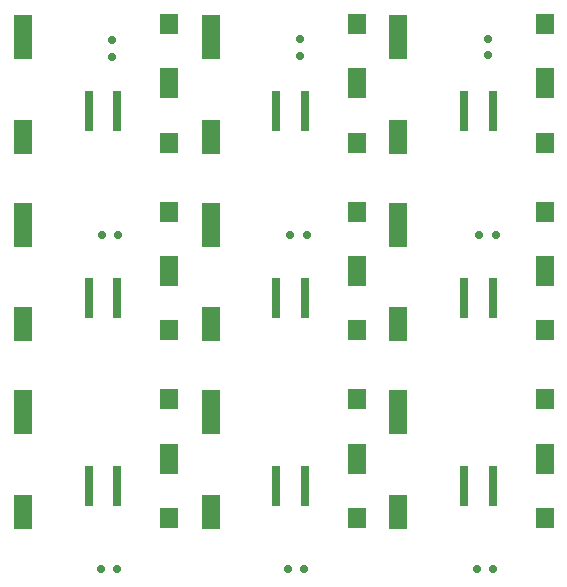
<source format=gbr>
%TF.GenerationSoftware,KiCad,Pcbnew,8.0.7*%
%TF.CreationDate,2025-01-01T06:24:57-05:00*%
%TF.ProjectId,kicad_macropad,6b696361-645f-46d6-9163-726f7061642e,rev?*%
%TF.SameCoordinates,Original*%
%TF.FileFunction,Paste,Top*%
%TF.FilePolarity,Positive*%
%FSLAX46Y46*%
G04 Gerber Fmt 4.6, Leading zero omitted, Abs format (unit mm)*
G04 Created by KiCad (PCBNEW 8.0.7) date 2025-01-01 06:24:57*
%MOMM*%
%LPD*%
G01*
G04 APERTURE LIST*
G04 Aperture macros list*
%AMRoundRect*
0 Rectangle with rounded corners*
0 $1 Rounding radius*
0 $2 $3 $4 $5 $6 $7 $8 $9 X,Y pos of 4 corners*
0 Add a 4 corners polygon primitive as box body*
4,1,4,$2,$3,$4,$5,$6,$7,$8,$9,$2,$3,0*
0 Add four circle primitives for the rounded corners*
1,1,$1+$1,$2,$3*
1,1,$1+$1,$4,$5*
1,1,$1+$1,$6,$7*
1,1,$1+$1,$8,$9*
0 Add four rect primitives between the rounded corners*
20,1,$1+$1,$2,$3,$4,$5,0*
20,1,$1+$1,$4,$5,$6,$7,0*
20,1,$1+$1,$6,$7,$8,$9,0*
20,1,$1+$1,$8,$9,$2,$3,0*%
G04 Aperture macros list end*
%ADD10R,0.700000X3.400000*%
%ADD11R,1.600000X3.800000*%
%ADD12R,1.600000X3.000000*%
%ADD13R,1.600000X1.800000*%
%ADD14R,1.600000X2.600000*%
%ADD15RoundRect,0.150000X0.200000X-0.150000X0.200000X0.150000X-0.200000X0.150000X-0.200000X-0.150000X0*%
%ADD16RoundRect,0.150000X0.150000X0.200000X-0.150000X0.200000X-0.150000X-0.200000X0.150000X-0.200000X0*%
G04 APERTURE END LIST*
D10*
%TO.C,S9*%
X146810000Y-133275000D03*
X149260000Y-133275000D03*
D11*
X141260000Y-127075000D03*
D12*
X141260000Y-135475000D03*
D13*
X153660000Y-125950000D03*
D14*
X153660000Y-130975000D03*
D13*
X153660000Y-136000000D03*
%TD*%
D10*
%TO.C,S8*%
X130930000Y-133275000D03*
X133380000Y-133275000D03*
D11*
X125380000Y-127075000D03*
D12*
X125380000Y-135475000D03*
D13*
X137780000Y-125950000D03*
D14*
X137780000Y-130975000D03*
D13*
X137780000Y-136000000D03*
%TD*%
D15*
%TO.C,D1*%
X117050000Y-95575000D03*
X117050000Y-96975000D03*
%TD*%
D10*
%TO.C,S1*%
X115050000Y-101515000D03*
X117500000Y-101515000D03*
D11*
X109500000Y-95315000D03*
D12*
X109500000Y-103715000D03*
D13*
X121900000Y-94190000D03*
D14*
X121900000Y-99215000D03*
D13*
X121900000Y-104240000D03*
%TD*%
D16*
%TO.C,D7*%
X116100000Y-140315000D03*
X117500000Y-140315000D03*
%TD*%
D10*
%TO.C,S6*%
X146810000Y-117395000D03*
X149260000Y-117395000D03*
D11*
X141260000Y-111195000D03*
D12*
X141260000Y-119595000D03*
D13*
X153660000Y-110070000D03*
D14*
X153660000Y-115095000D03*
D13*
X153660000Y-120120000D03*
%TD*%
D16*
%TO.C,D9*%
X147900000Y-140315000D03*
X149300000Y-140315000D03*
%TD*%
D10*
%TO.C,S3*%
X146810000Y-101515000D03*
X149260000Y-101515000D03*
D11*
X141260000Y-95315000D03*
D12*
X141260000Y-103715000D03*
D13*
X153660000Y-94190000D03*
D14*
X153660000Y-99215000D03*
D13*
X153660000Y-104240000D03*
%TD*%
D16*
%TO.C,D4*%
X116150000Y-112015000D03*
X117550000Y-112015000D03*
%TD*%
%TO.C,D6*%
X148150000Y-112015000D03*
X149550000Y-112015000D03*
%TD*%
%TO.C,D8*%
X131900000Y-140315000D03*
X133300000Y-140315000D03*
%TD*%
%TO.C,D5*%
X132150000Y-112015000D03*
X133550000Y-112015000D03*
%TD*%
D10*
%TO.C,S5*%
X130930000Y-117395000D03*
X133380000Y-117395000D03*
D11*
X125380000Y-111195000D03*
D12*
X125380000Y-119595000D03*
D13*
X137780000Y-110070000D03*
D14*
X137780000Y-115095000D03*
D13*
X137780000Y-120120000D03*
%TD*%
D10*
%TO.C,S4*%
X115050000Y-117395000D03*
X117500000Y-117395000D03*
D11*
X109500000Y-111195000D03*
D12*
X109500000Y-119595000D03*
D13*
X121900000Y-110070000D03*
D14*
X121900000Y-115095000D03*
D13*
X121900000Y-120120000D03*
%TD*%
D10*
%TO.C,S7*%
X115050000Y-133275000D03*
X117500000Y-133275000D03*
D11*
X109500000Y-127075000D03*
D12*
X109500000Y-135475000D03*
D13*
X121900000Y-125950000D03*
D14*
X121900000Y-130975000D03*
D13*
X121900000Y-136000000D03*
%TD*%
D15*
%TO.C,D3*%
X148850000Y-95432500D03*
X148850000Y-96832500D03*
%TD*%
%TO.C,D2*%
X132930000Y-95485000D03*
X132930000Y-96885000D03*
%TD*%
D10*
%TO.C,S2*%
X130930000Y-101515000D03*
X133380000Y-101515000D03*
D11*
X125380000Y-95315000D03*
D12*
X125380000Y-103715000D03*
D13*
X137780000Y-94190000D03*
D14*
X137780000Y-99215000D03*
D13*
X137780000Y-104240000D03*
%TD*%
M02*

</source>
